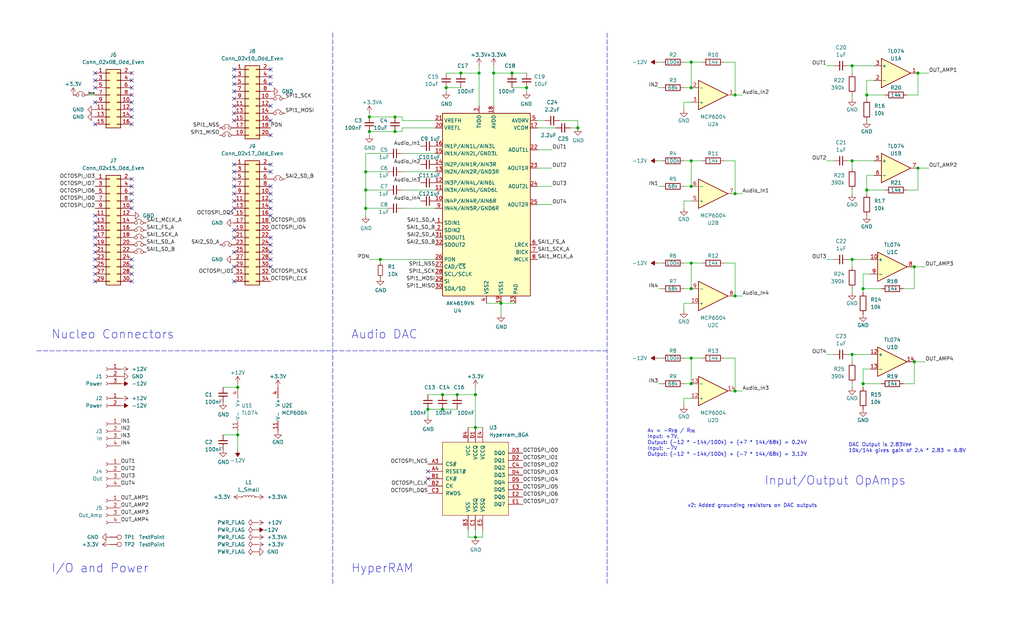
<source format=kicad_sch>
(kicad_sch (version 20230121) (generator eeschema)
  (paper "USLegal")
  (title_block (title "AK4619 STM32H563 Dev Board") (date "2023-08-23") (rev "2.0") (company "Mountjoy Modular"))
  (junction (at 317.5 92.71))
  (junction (at 318.77 25.4))
  (junction (at 128.27 40.64))
  (junction (at 295.91 55.88))
  (junction (at 153.67 142.24))
  (junction (at 240.03 21.59))
  (junction (at 182.88 30.48))
  (junction (at 300.99 66.04))
  (junction (at 299.72 133.35))
  (junction (at 165.1 186.69))
  (junction (at 299.72 100.33))
  (junction (at 300.99 33.02))
  (junction (at 240.03 55.88))
  (junction (at 137.16 45.72))
  (junction (at 127 66.04))
  (junction (at 240.03 124.46))
  (junction (at 82.55 134.62))
  (junction (at 295.91 22.86))
  (junction (at 137.16 40.64))
  (junction (at 127 59.69))
  (junction (at 128.27 45.72))
  (junction (at 171.45 25.4))
  (junction (at 165.1 137.16))
  (junction (at 240.03 91.44))
  (junction (at 154.94 30.48))
  (junction (at 82.55 151.13))
  (junction (at 158.75 137.16))
  (junction (at 153.67 137.16))
  (junction (at 240.03 100.33))
  (junction (at 127 72.39))
  (junction (at 255.27 33.02))
  (junction (at 173.99 105.41))
  (junction (at 165.1 148.59))
  (junction (at 160.02 25.4))
  (junction (at 240.03 64.77))
  (junction (at 255.27 102.87))
  (junction (at 295.91 90.17))
  (junction (at 255.27 135.89))
  (junction (at 148.59 142.24))
  (junction (at 166.37 25.4))
  (junction (at 317.5 125.73))
  (junction (at 255.27 67.31))
  (junction (at 295.91 123.19))
  (junction (at 200.66 44.45))
  (junction (at 240.03 30.48))
  (junction (at 132.08 90.17))
  (junction (at 318.77 58.42))
  (junction (at 177.8 25.4))
  (junction (at 240.03 133.35))
  (no_connect (at 93.98 82.55))
  (no_connect (at 93.98 59.69))
  (no_connect (at 45.72 67.31))
  (no_connect (at 93.98 46.99))
  (no_connect (at 81.28 69.85))
  (no_connect (at 93.98 90.17))
  (no_connect (at 45.72 92.71))
  (no_connect (at 93.98 29.21))
  (no_connect (at 45.72 97.79))
  (no_connect (at 33.02 74.93))
  (no_connect (at 81.28 97.79))
  (no_connect (at 93.98 67.31))
  (no_connect (at 45.72 62.23))
  (no_connect (at 33.02 30.48))
  (no_connect (at 81.28 72.39))
  (no_connect (at 81.28 80.01))
  (no_connect (at 33.02 92.71))
  (no_connect (at 81.28 39.37))
  (no_connect (at 45.72 27.94))
  (no_connect (at 45.72 33.02))
  (no_connect (at 45.72 72.39))
  (no_connect (at 45.72 38.1))
  (no_connect (at 81.28 57.15))
  (no_connect (at 45.72 90.17))
  (no_connect (at 93.98 85.09))
  (no_connect (at 33.02 85.09))
  (no_connect (at 93.98 92.71))
  (no_connect (at 45.72 69.85))
  (no_connect (at 33.02 43.18))
  (no_connect (at 33.02 82.55))
  (no_connect (at 93.98 41.91))
  (no_connect (at 81.28 26.67))
  (no_connect (at 33.02 87.63))
  (no_connect (at 45.72 35.56))
  (no_connect (at 33.02 77.47))
  (no_connect (at 93.98 36.83))
  (no_connect (at 45.72 64.77))
  (no_connect (at 33.02 95.25))
  (no_connect (at 81.28 24.13))
  (no_connect (at 81.28 64.77))
  (no_connect (at 93.98 64.77))
  (no_connect (at 81.28 67.31))
  (no_connect (at 81.28 87.63))
  (no_connect (at 81.28 59.69))
  (no_connect (at 33.02 97.79))
  (no_connect (at 33.02 90.17))
  (no_connect (at 81.28 36.83))
  (no_connect (at 81.28 92.71))
  (no_connect (at 81.28 82.55))
  (no_connect (at 33.02 35.56))
  (no_connect (at 148.59 166.37))
  (no_connect (at 45.72 43.18))
  (no_connect (at 81.28 34.29))
  (no_connect (at 93.98 74.93))
  (no_connect (at 45.72 40.64))
  (no_connect (at 33.02 25.4))
  (no_connect (at 148.59 163.83))
  (no_connect (at 93.98 87.63))
  (no_connect (at 93.98 57.15))
  (no_connect (at 81.28 31.75))
  (no_connect (at 33.02 27.94))
  (no_connect (at 81.28 29.21))
  (no_connect (at 45.72 25.4))
  (no_connect (at 45.72 95.25))
  (no_connect (at 93.98 26.67))
  (no_connect (at 45.72 30.48))
  (no_connect (at 93.98 69.85))
  (no_connect (at 81.28 41.91))
  (no_connect (at 33.02 80.01))
  (no_connect (at 93.98 24.13))
  (no_connect (at 93.98 72.39))
  (no_connect (at 81.28 62.23))
  (wire (pts (xy 307.34 66.04) (xy 300.99 66.04)))
  (wire (pts (xy 127 66.04) (xy 134.62 66.04)))
  (wire (pts (xy 165.1 184.15) (xy 165.1 186.69)))
  (wire (pts (xy 300.99 27.94) (xy 303.53 27.94)))
  (wire (pts (xy 127 59.69) (xy 127 66.04)))
  (wire (pts (xy 237.49 105.41) (xy 237.49 107.95)))
  (wire (pts (xy 314.96 33.02) (xy 318.77 33.02)))
  (wire (pts (xy 318.77 58.42) (xy 318.77 66.04)))
  (wire (pts (xy 154.94 25.4) (xy 160.02 25.4)))
  (wire (pts (xy 198.12 44.45) (xy 200.66 44.45)))
  (wire (pts (xy 295.91 22.86) (xy 303.53 22.86)))
  (wire (pts (xy 237.49 69.85) (xy 237.49 72.39)))
  (wire (pts (xy 240.03 21.59) (xy 240.03 30.48)))
  (wire (pts (xy 299.72 100.33) (xy 299.72 95.25)))
  (wire (pts (xy 171.45 25.4) (xy 171.45 36.83)))
  (wire (pts (xy 186.69 58.42) (xy 191.77 58.42)))
  (wire (pts (xy 186.69 41.91) (xy 189.23 41.91)))
  (wire (pts (xy 165.1 134.62) (xy 165.1 137.16)))
  (wire (pts (xy 228.6 55.88) (xy 229.87 55.88)))
  (wire (pts (xy 237.49 133.35) (xy 240.03 133.35)))
  (wire (pts (xy 255.27 33.02) (xy 257.81 33.02)))
  (wire (pts (xy 165.1 137.16) (xy 165.1 148.59)))
  (wire (pts (xy 314.96 66.04) (xy 318.77 66.04)))
  (wire (pts (xy 306.07 100.33) (xy 299.72 100.33)))
  (wire (pts (xy 139.7 72.39) (xy 151.13 72.39)))
  (wire (pts (xy 228.6 133.35) (xy 229.87 133.35)))
  (wire (pts (xy 317.5 125.73) (xy 317.5 133.35)))
  (wire (pts (xy 299.72 133.35) (xy 299.72 134.62)))
  (wire (pts (xy 127 59.69) (xy 134.62 59.69)))
  (wire (pts (xy 158.75 137.16) (xy 165.1 137.16)))
  (wire (pts (xy 295.91 67.31) (xy 295.91 66.04)))
  (wire (pts (xy 194.31 41.91) (xy 200.66 41.91)))
  (wire (pts (xy 294.64 123.19) (xy 295.91 123.19)))
  (wire (pts (xy 128.27 45.72) (xy 128.27 46.99)))
  (wire (pts (xy 295.91 58.42) (xy 295.91 55.88)))
  (wire (pts (xy 128.27 40.64) (xy 137.16 40.64)))
  (wire (pts (xy 148.59 137.16) (xy 153.67 137.16)))
  (wire (pts (xy 82.55 156.21) (xy 82.55 151.13)))
  (wire (pts (xy 287.02 22.86) (xy 289.56 22.86)))
  (wire (pts (xy 237.49 55.88) (xy 240.03 55.88)))
  (wire (pts (xy 299.72 95.25) (xy 302.26 95.25)))
  (wire (pts (xy 237.49 21.59) (xy 240.03 21.59)))
  (wire (pts (xy 240.03 91.44) (xy 240.03 100.33)))
  (wire (pts (xy 162.56 186.69) (xy 165.1 186.69)))
  (wire (pts (xy 237.49 69.85) (xy 240.03 69.85)))
  (wire (pts (xy 295.91 25.4) (xy 295.91 22.86)))
  (wire (pts (xy 295.91 134.62) (xy 295.91 133.35)))
  (wire (pts (xy 255.27 91.44) (xy 255.27 102.87)))
  (wire (pts (xy 294.64 22.86) (xy 295.91 22.86)))
  (wire (pts (xy 306.07 133.35) (xy 299.72 133.35)))
  (wire (pts (xy 182.88 30.48) (xy 177.8 30.48)))
  (wire (pts (xy 139.7 41.91) (xy 151.13 41.91)))
  (wire (pts (xy 251.46 124.46) (xy 255.27 124.46)))
  (wire (pts (xy 168.91 105.41) (xy 173.99 105.41)))
  (wire (pts (xy 167.64 186.69) (xy 167.64 184.15)))
  (wire (pts (xy 228.6 124.46) (xy 229.87 124.46)))
  (wire (pts (xy 243.84 21.59) (xy 240.03 21.59)))
  (wire (pts (xy 173.99 105.41) (xy 179.07 105.41)))
  (polyline (pts (xy 368.3 29.21) (xy 444.5 29.21)) (stroke (width 0) (type dash)))
  (wire (pts (xy 287.02 90.17) (xy 289.56 90.17)))
  (wire (pts (xy 295.91 125.73) (xy 295.91 123.19)))
  (wire (pts (xy 139.7 45.72) (xy 139.7 44.45)))
  (wire (pts (xy 173.99 105.41) (xy 173.99 109.22)))
  (wire (pts (xy 294.64 90.17) (xy 295.91 90.17)))
  (wire (pts (xy 307.34 33.02) (xy 300.99 33.02)))
  (wire (pts (xy 160.02 25.4) (xy 166.37 25.4)))
  (wire (pts (xy 300.99 66.04) (xy 300.99 67.31)))
  (wire (pts (xy 127 53.34) (xy 134.62 53.34)))
  (wire (pts (xy 182.88 31.75) (xy 182.88 30.48)))
  (wire (pts (xy 255.27 102.87) (xy 257.81 102.87)))
  (wire (pts (xy 165.1 148.59) (xy 167.64 148.59)))
  (polyline (pts (xy 210.82 11.43) (xy 210.82 203.2)) (stroke (width 0) (type dash)))
  (wire (pts (xy 139.7 53.34) (xy 151.13 53.34)))
  (wire (pts (xy 317.5 92.71) (xy 317.5 100.33)))
  (wire (pts (xy 237.49 91.44) (xy 240.03 91.44)))
  (wire (pts (xy 243.84 124.46) (xy 240.03 124.46)))
  (wire (pts (xy 243.84 55.88) (xy 240.03 55.88)))
  (polyline (pts (xy 368.3 29.21) (xy 368.3 165.1)) (stroke (width 0) (type dash)))
  (wire (pts (xy 228.6 21.59) (xy 229.87 21.59)))
  (wire (pts (xy 186.69 71.12) (xy 191.77 71.12)))
  (wire (pts (xy 300.99 33.02) (xy 300.99 34.29)))
  (polyline (pts (xy 444.5 29.21) (xy 444.5 165.1)) (stroke (width 0) (type dash)))
  (wire (pts (xy 295.91 55.88) (xy 303.53 55.88)))
  (wire (pts (xy 299.72 133.35) (xy 299.72 128.27)))
  (wire (pts (xy 162.56 184.15) (xy 162.56 186.69)))
  (polyline (pts (xy 12.7 121.92) (xy 115.57 121.92)) (stroke (width 0) (type dash)))
  (wire (pts (xy 186.69 44.45) (xy 193.04 44.45)))
  (wire (pts (xy 166.37 22.86) (xy 166.37 25.4)))
  (wire (pts (xy 295.91 101.6) (xy 295.91 100.33)))
  (wire (pts (xy 148.59 142.24) (xy 153.67 142.24)))
  (wire (pts (xy 294.64 55.88) (xy 295.91 55.88)))
  (wire (pts (xy 237.49 100.33) (xy 240.03 100.33)))
  (wire (pts (xy 318.77 25.4) (xy 322.58 25.4)))
  (wire (pts (xy 237.49 138.43) (xy 237.49 140.97)))
  (wire (pts (xy 127 66.04) (xy 127 72.39)))
  (wire (pts (xy 165.1 186.69) (xy 167.64 186.69)))
  (wire (pts (xy 128.27 90.17) (xy 132.08 90.17)))
  (polyline (pts (xy 368.3 165.1) (xy 444.5 165.1)) (stroke (width 0) (type dash)))
  (wire (pts (xy 228.6 91.44) (xy 229.87 91.44)))
  (wire (pts (xy 137.16 45.72) (xy 139.7 45.72)))
  (wire (pts (xy 237.49 124.46) (xy 240.03 124.46)))
  (wire (pts (xy 139.7 44.45) (xy 151.13 44.45)))
  (wire (pts (xy 237.49 30.48) (xy 240.03 30.48)))
  (wire (pts (xy 243.84 91.44) (xy 240.03 91.44)))
  (wire (pts (xy 177.8 25.4) (xy 171.45 25.4)))
  (wire (pts (xy 148.59 142.24) (xy 148.59 144.78)))
  (wire (pts (xy 154.94 31.75) (xy 154.94 30.48)))
  (wire (pts (xy 127 53.34) (xy 127 59.69)))
  (wire (pts (xy 287.02 55.88) (xy 289.56 55.88)))
  (wire (pts (xy 295.91 92.71) (xy 295.91 90.17)))
  (wire (pts (xy 299.72 128.27) (xy 302.26 128.27)))
  (wire (pts (xy 318.77 25.4) (xy 318.77 33.02)))
  (wire (pts (xy 313.69 133.35) (xy 317.5 133.35)))
  (wire (pts (xy 128.27 39.37) (xy 128.27 40.64)))
  (wire (pts (xy 127 72.39) (xy 127 74.93)))
  (wire (pts (xy 153.67 137.16) (xy 158.75 137.16)))
  (wire (pts (xy 77.47 151.13) (xy 82.55 151.13)))
  (wire (pts (xy 295.91 90.17) (xy 302.26 90.17)))
  (wire (pts (xy 77.47 134.62) (xy 82.55 134.62)))
  (wire (pts (xy 287.02 123.19) (xy 289.56 123.19)))
  (wire (pts (xy 300.99 66.04) (xy 300.99 60.96)))
  (wire (pts (xy 295.91 123.19) (xy 302.26 123.19)))
  (wire (pts (xy 228.6 64.77) (xy 229.87 64.77)))
  (wire (pts (xy 228.6 30.48) (xy 229.87 30.48)))
  (wire (pts (xy 317.5 125.73) (xy 321.31 125.73)))
  (polyline (pts (xy 115.57 121.92) (xy 210.82 121.92)) (stroke (width 0) (type dash)))
  (wire (pts (xy 240.03 138.43) (xy 237.49 138.43)))
  (wire (pts (xy 237.49 64.77) (xy 240.03 64.77)))
  (wire (pts (xy 313.69 100.33) (xy 317.5 100.33)))
  (wire (pts (xy 251.46 91.44) (xy 255.27 91.44)))
  (wire (pts (xy 318.77 58.42) (xy 322.58 58.42)))
  (wire (pts (xy 186.69 52.07) (xy 191.77 52.07)))
  (wire (pts (xy 299.72 100.33) (xy 299.72 101.6)))
  (wire (pts (xy 317.5 92.71) (xy 321.31 92.71)))
  (wire (pts (xy 240.03 35.56) (xy 237.49 35.56)))
  (wire (pts (xy 251.46 55.88) (xy 255.27 55.88)))
  (wire (pts (xy 255.27 135.89) (xy 257.81 135.89)))
  (wire (pts (xy 240.03 55.88) (xy 240.03 64.77)))
  (wire (pts (xy 300.99 60.96) (xy 303.53 60.96)))
  (wire (pts (xy 154.94 30.48) (xy 160.02 30.48)))
  (wire (pts (xy 186.69 64.77) (xy 191.77 64.77)))
  (wire (pts (xy 228.6 100.33) (xy 229.87 100.33)))
  (wire (pts (xy 240.03 105.41) (xy 237.49 105.41)))
  (wire (pts (xy 162.56 148.59) (xy 165.1 148.59)))
  (wire (pts (xy 171.45 22.86) (xy 171.45 25.4)))
  (wire (pts (xy 82.55 151.13) (xy 82.55 149.86)))
  (wire (pts (xy 139.7 59.69) (xy 151.13 59.69)))
  (wire (pts (xy 295.91 34.29) (xy 295.91 33.02)))
  (wire (pts (xy 255.27 55.88) (xy 255.27 67.31)))
  (wire (pts (xy 300.99 33.02) (xy 300.99 27.94)))
  (wire (pts (xy 30.48 33.02) (xy 33.02 33.02)))
  (wire (pts (xy 237.49 35.56) (xy 237.49 38.1)))
  (wire (pts (xy 166.37 25.4) (xy 166.37 36.83)))
  (wire (pts (xy 200.66 41.91) (xy 200.66 44.45)))
  (wire (pts (xy 139.7 66.04) (xy 151.13 66.04)))
  (wire (pts (xy 132.08 90.17) (xy 151.13 90.17)))
  (wire (pts (xy 139.7 40.64) (xy 139.7 41.91)))
  (wire (pts (xy 82.55 133.35) (xy 82.55 134.62)))
  (wire (pts (xy 255.27 67.31) (xy 257.81 67.31)))
  (wire (pts (xy 137.16 40.64) (xy 139.7 40.64)))
  (wire (pts (xy 240.03 124.46) (xy 240.03 133.35)))
  (wire (pts (xy 255.27 124.46) (xy 255.27 135.89)))
  (wire (pts (xy 255.27 21.59) (xy 255.27 33.02)))
  (wire (pts (xy 128.27 45.72) (xy 137.16 45.72)))
  (wire (pts (xy 153.67 142.24) (xy 158.75 142.24)))
  (wire (pts (xy 182.88 25.4) (xy 177.8 25.4)))
  (wire (pts (xy 132.08 91.44) (xy 132.08 90.17)))
  (polyline (pts (xy 115.57 11.43) (xy 115.57 203.2)) (stroke (width 0) (type dash)))
  (wire (pts (xy 251.46 21.59) (xy 255.27 21.59)))
  (wire (pts (xy 127 72.39) (xy 134.62 72.39)))
  (text "HyperRAM" (at 121.92 199.39 0) (effects (font (size 3 3)) (justify left bottom)))
  (text "PA3 OCTOSPI_CLK\nPB1 OCTOSPI_IO0\nPB0 OCTOSPI_IO1\nPC2 OCTOSPI_IO2\nPA6 OCTOSPI_IO3\nPE7 OCTOSPI_IO4\nPE8 OCTOSPI_IO5\nPC3 OCTOSPI_IO6\nPC0 OCTOSPI_IO7\nPB10  OCTOSPI_NCS\nPB2 OCTOSPI_DQS" (at 375.92 138.43 0) (effects (font (size 1.27 1.27)) (justify left bottom)))
  (text "Nucleo Connectors" (at 17.78 118.11 0) (effects (font (size 3 3)) (justify left bottom)))
  (text "I2S\n\nPA3  I2S2_WS\nPA4  I2S1_WS\nPA5  I2S1_CK\nPA6  I2S1_SDI\nPA7  I2S1_SDO\nPA9  I2S2_CK\nPA11 I2S2_WS\nPA12 I2S2_CK\nPA15 I2S1_WS,  I2S3_WS\n\nPB2  I2S3_SDO\nPB3  I2S1_CK,  I2S3_CK\nPB4  I2S1_SDI, I2S3_SDI, I2S2_WS\nPB5  I2S1_SDO, I2S3_SDO\nPB9  I2S2_WS\nPB10 I2S2_CK\nPB12 I2S2_WS\nPB13 I2S2_CK\nPB14 I2S2_SDI\nPB15 I2S2_SDO\n\nPC1  I2S2_SDO\nPC2  I2S2_SDI\nPC3  I2S2_SDO\nPC4  I2S1_MCK\nPC6  I2S2_MCK\nPC7  I2S3_MCK\nPC10 I2S3_CK\nPC11 I2S3_SDI\nPC12 I2S3_SDO\n\nPD3  I2S2_CK\nPD6  I2S3_SDO\nPD7  I2S1_SDO\n" (at 408.94 106.68 0) (effects (font (size 1.27 1.27)) (justify left bottom)))
  (text "Input/Output OpAmps" (at 265.43 168.91 0) (effects (font (size 3 3)) (justify left bottom)))
  (text "Audio DAC" (at 121.92 118.11 0) (effects (font (size 3 3)) (justify left bottom)))
  (text "I/O and Power" (at 17.78 199.39 0) (effects (font (size 3 3)) (justify left bottom)))
  (text "v2: Added grounding resistors on DAC outputs" (at 238.76 176.53 0) (effects (font (size 1.27 1.27)) (justify left bottom)))
  (text "Av = -R_{FB} / R_{IN}\nInput: +7V, \nOutput: (-12 * -14k/100k) + (+7 * 14k/68k) = 0.24V\nInput: -7V\nOutput: (-12 * -14k/100k) + (-7 * 14k/68k) = 3.12V" (at 224.79 158.75 0) (effects (font (size 1.27 1.27)) (justify left bottom)))
  (text "SAI \n\nPA0  SAI2_SD_B\nPA1  SAI2_MCLK_B\nPA2  SAI2_SCK_B\nPA3  SAI1_SD_B\nPA12 SAI2_FS_B\n\nPB2  SAI1_SD_A\n\nPC0  SAI1_MCLK_A SAI2_FS_B\nPC1  SAI1_SD_A SAI2_SD_A\nPC5  SAI1_FS_A\nPC6  SAI1_SCK_A\n\nPD6  SAI1_SD_A\nPD11 SAI2_SD_A\nPD12 SAI2_FS_A\nPD13 SAI2_SCK_A\n\nPE0  SAI2_MCLK_A\nPE2  SAI1_MCLK_A\nPE3  SAI1_SD_B\nPE4  SAI1_FS_A\nPE5  SAI1_SCK_A\nPE6  SAI1_SD_A\nPE11 SAI2_SD_B\nPE12 SAI2_SCK_B\nPE13 SAI2_FS_B\nPE14 SAI2_MCLK_B" (at 375.92 95.25 0) (effects (font (size 1.27 1.27)) (justify left bottom)))
  (text "SPI4/6\n\nPE2  SPI4_SCK\nPE4  SPI4_NSS\nPE5  SPI4_MISO\nPE6  SPI4_MOSI\nPE11 SPI4_NSS\nPE12 SPI4_SCK\nPE13 SPI4_MISO\nPE14 SPI4_MOSI\nPB8  SPI4_RDY\n\nPA0  SPI6_NSS\nPA4  SPI6_NSS\nPA5  SPI6_SCK\nPA6  SPI6_MISO\nPA7  SPI6_MOSI\nPA15 SPI6_NSS\nPC12 SPI6_SCK\nPB3  SPI6_SCK\nPB4  SPI6_MISO\nPB5  SPI6_MOSI" (at 408.94 160.02 0) (effects (font (size 1.27 1.27)) (justify left bottom)))
  (text "DAC Output is 2.83V_{PP}\n10k/14k gives gain of 2.4 * 2.83 = 6.8V" (at 294.64 157.48 0) (effects (font (size 1.27 1.27)) (justify left bottom)))
  (label "OUT3" (at 191.77 64.77 0))
  (label "OCTOSPI_IO6" (at 33.02 67.31 180))
  (label "SAI2_SD_B" (at 99.06 62.23 0))
  (label "Audio_In3" (at 146.05 63.5 180))
  (label "OCTOSPI_DQS" (at 148.59 171.45 180))
  (label "OCTOSPI_IO2" (at 33.02 72.39 180))
  (label "OUT1" (at 41.91 161.29 0))
  (label "OUT_AMP4" (at 41.91 181.61 0))
  (label "OCTOSPI_CLK" (at 148.59 168.91 180))
  (label "Audio_In3" (at 257.81 135.89 0))
  (label "OUT_AMP3" (at 41.91 179.07 0))
  (label "SAI1_SCK_A" (at 50.8 82.55 0))
  (label "IN2" (at 41.91 149.86 0))
  (label "SPI1_MISO" (at 76.2 46.99 180))
  (label "OUT_AMP1" (at 41.91 173.99 0))
  (label "OCTOSPI_IO1" (at 81.28 95.25 180))
  (label "SAI1_MCLK_A" (at 186.69 90.17 0))
  (label "OUT2" (at 41.91 163.83 0))
  (label "Audio_In1" (at 257.81 67.31 0))
  (label "OCTOSPI_NCS" (at 93.98 95.25 0))
  (label "PDN" (at 128.27 90.17 180))
  (label "OUT1" (at 191.77 52.07 0))
  (label "OUT4" (at 287.02 123.19 180))
  (label "IN4" (at 228.6 100.33 180))
  (label "IN1" (at 41.91 147.32 0))
  (label "Audio_In2" (at 146.05 57.15 180))
  (label "SAI1_SD_B" (at 151.13 80.01 180))
  (label "OCTOSPI_IO0" (at 181.61 157.48 0))
  (label "PDN" (at 93.98 44.45 0))
  (label "OCTOSPI_CLK" (at 93.98 97.79 0))
  (label "OUT_AMP4" (at 321.31 125.73 0))
  (label "Audio_In4" (at 146.05 69.85 180))
  (label "Audio_In4" (at 257.81 102.87 0))
  (label "SAI1_FS_A" (at 186.69 85.09 0))
  (label "OCTOSPI_NCS" (at 148.59 161.29 180))
  (label "OUT4" (at 191.77 71.12 0))
  (label "OCTOSPI_IO5" (at 93.98 77.47 0))
  (label "OUT_AMP3" (at 321.31 92.71 0))
  (label "OCTOSPI_IO7" (at 33.02 64.77 180))
  (label "SAI1_SCK_A" (at 186.69 87.63 0))
  (label "OUT4" (at 41.91 168.91 0))
  (label "OCTOSPI_IO2" (at 181.61 162.56 0))
  (label "OCTOSPI_IO5" (at 181.61 170.18 0))
  (label "IN3" (at 41.91 152.4 0))
  (label "OCTOSPI_IO4" (at 93.98 80.01 0))
  (label "OUT_AMP2" (at 41.91 176.53 0))
  (label "3VIN" (at 30.48 33.02 0) (effects (font (size 0.7 0.7))))
  (label "Audio_In1" (at 146.05 50.8 180))
  (label "SPI1_NSS" (at 76.2 44.45 180))
  (label "SAI1_MCLK_A" (at 50.8 77.47 0))
  (label "SPI1_SCK" (at 151.13 95.25 180))
  (label "IN3" (at 228.6 133.35 180))
  (label "OCTOSPI_IO7" (at 181.61 175.26 0))
  (label "OCTOSPI_IO3" (at 181.61 165.1 0))
  (label "OCTOSPI_IO6" (at 181.61 172.72 0))
  (label "SAI1_SD_A" (at 50.8 85.09 0))
  (label "Audio_In2" (at 257.81 33.02 0))
  (label "IN2" (at 228.6 30.48 180))
  (label "SPI1_MISO" (at 151.13 100.33 180))
  (label "SPI1_SCK" (at 99.06 34.29 0))
  (label "SPI1_MOSI" (at 151.13 97.79 180))
  (label "SAI1_SD_A" (at 151.13 77.47 180))
  (label "SAI2_SD_A" (at 151.13 82.55 180))
  (label "OCTOSPI_IO4" (at 181.61 167.64 0))
  (label "SAI2_SD_B" (at 151.13 85.09 180))
  (label "OUT1" (at 287.02 22.86 180))
  (label "SAI1_FS_A" (at 50.8 80.01 0))
  (label "OCTOSPI_IO0" (at 33.02 69.85 180))
  (label "OUT3" (at 287.02 90.17 180))
  (label "OUT3" (at 41.91 166.37 0))
  (label "OUT_AMP1" (at 322.58 25.4 0))
  (label "IN4" (at 41.91 154.94 0))
  (label "SAI1_SD_B" (at 50.8 87.63 0))
  (label "OCTOSPI_IO3" (at 33.02 62.23 180))
  (label "OUT2" (at 287.02 55.88 180))
  (label "SPI1_MOSI" (at 99.06 39.37 0))
  (label "OCTOSPI_DQS" (at 81.28 74.93 180))
  (label "SPI1_NSS" (at 151.13 92.71 180))
  (label "OUT_AMP2" (at 322.58 58.42 0))
  (label "OCTOSPI_IO1" (at 181.61 160.02 0))
  (label "IN1" (at 228.6 64.77 180))
  (label "OUT2" (at 191.77 58.42 0))
  (label "SAI2_SD_A" (at 76.2 85.09 180))
  (symbol (lib_id "Device:C_Small") (at 128.27 43.18 180) (unit 1)
    (property "Reference" "C3" (at 125.73 41.9036 0) (effects (justify left)))
    (property "Value" "100nF" (at 125.73 44.4436 0) (effects (justify left)))
    (property "Footprint" "Capacitor_SMD:C_0603_1608Metric_Pad1.08x0.95mm_HandSolder" (effects hide))
  )
  (symbol (lib_id "power:+3.3V") (at 96.52 134.62 0) (unit 1)
    (property "Reference" "#PWR026" (effects hide))
    (property "Value" "+3.3V" (at 96.52 130.81 0))
  )
  (symbol (lib_id "Connector_Generic:Conn_02x08_Odd_Even") (at 38.1 33.02 0) (unit 1)
    (property "Reference" "J6" (at 39.37 19.05 0))
    (property "Value" "Conn_02x08_Odd_Even" (at 39.37 21.59 0))
    (property "Footprint" "Connector_PinHeader_2.54mm:PinHeader_2x08_P2.54mm_Vertical" (effects hide))
  )
  (symbol (lib_id "Device:C_Small") (at 148.59 63.5 270) (mirror x) (unit 1)
    (property "Reference" "C11" (at 147.32 60.96 90))
    (property "Value" "1uF" (at 151.13 60.96 90))
    (property "Footprint" "Capacitor_SMD:C_0603_1608Metric_Pad1.08x0.95mm_HandSolder" (effects hide))
  )
  (symbol (lib_id "Device:R") (at 309.88 100.33 270) (unit 1)
    (property "Reference" "R18" (at 309.88 97.79 90))
    (property "Value" "14k" (at 309.88 100.33 90))
    (property "Footprint" "Resistor_SMD:R_0603_1608Metric_Pad0.98x0.95mm_HandSolder" (effects hide))
    (property "Part_Number" "C23212 " (effects hide))
  )
  (symbol (lib_id "power:-12V") (at 228.6 91.44 90) (unit 1)
    (property "Reference" "#PWR043" (effects hide))
    (property "Value" "-12V" (at 224.79 91.44 90) (effects (justify left)))
  )
  (symbol (lib_id "power:+3.3V") (at 166.37 22.86 0) (unit 1)
    (property "Reference" "#PWR036" (effects hide))
    (property "Value" "+3.3V" (at 166.37 19.05 0))
  )
  (symbol (lib_id "power:PWR_FLAG") (at 88.9 191.77 90) (unit 1)
    (property "Reference" "#FLG05" (effects hide))
    (property "Value" "PWR_FLAG" (at 85.09 191.77 90) (effects (justify left)))
  )
  (symbol (lib_id "Amplifier_Operational:TL074") (at 311.15 58.42 0) (unit 2)
    (property "Reference" "U1" (at 311.15 53.34 0))
    (property "Value" "TL074" (at 311.15 50.8 0))
    (property "Footprint" "Package_SO:SO-14_3.9x8.65mm_P1.27mm" (effects hide))
    (property "Datasheet" "http://www.ti.com/lit/ds/symlink/tl071.pdf" (effects hide))
  )
  (symbol (lib_id "Connector:Conn_01x02_Socket") (at 36.83 138.43 0) (mirror y) (unit 1)
    (property "Reference" "J2" (at 35.56 138.43 0) (effects (justify left)))
    (property "Value" "Power" (at 35.56 140.97 0) (effects (justify left)))
    (property "Footprint" "Connector_PinSocket_2.54mm:PinSocket_1x02_P2.54mm_Vertical" (effects hide))
  )
  (symbol (lib_id "power:+3.3V") (at 83.82 172.72 90) (unit 1)
    (property "Reference" "#PWR018" (effects hide))
    (property "Value" "+3.3V" (at 80.01 172.72 90) (effects (justify left)))
  )
  (symbol (lib_id "power:GND") (at 154.94 31.75 0) (unit 1)
    (property "Reference" "#PWR033" (effects hide))
    (property "Value" "GND" (at 155.067 36.1442 0))
  )
  (symbol (lib_id "Device:R") (at 233.68 30.48 270) (unit 1)
    (property "Reference" "R3" (at 233.68 27.94 90))
    (property "Value" "68k" (at 233.68 30.48 90))
    (property "Footprint" "Resistor_SMD:R_0603_1608Metric_Pad0.98x0.95mm_HandSolder" (effects hide))
    (property "Part_Number" "C25819" (effects hide))
  )
  (symbol (lib_id "Custom_Audio:AK4619VN") (at 168.91 77.47 0) (unit 1)
    (property "Reference" "U4" (at 157.48 107.95 0) (effects (justify left)))
    (property "Value" "AK4619VN" (at 154.94 105.41 0) (effects (justify left)))
    (property "Footprint" "Custom_Footprints:QFN-32-1EP_5x5mm_P0.5mm_EP3.1x3.1mm_ThermalVias" (effects hide))
    (property "Datasheet" "https://www.akm.com/content/dam/documents/products/audio/audio-codec/ak4619vn/ak4619vn-en-datasheet.pdf" (effects hide))
  )
  (symbol (lib_id "Device:R") (at 233.68 91.44 270) (unit 1)
    (property "Reference" "R6" (at 233.68 88.9 90))
    (property "Value" "100k" (at 233.68 91.44 90))
    (property "Footprint" "Resistor_SMD:R_0603_1608Metric_Pad0.98x0.95mm_HandSolder" (effects hide))
    (property "Part_Number" "C4184 " (effects hide))
  )
  (symbol (lib_id "power:+3.3VA") (at 128.27 39.37 0) (unit 1)
    (property "Reference" "#PWR029" (effects hide))
    (property "Value" "+3.3VA" (at 125.73 35.56 0) (effects (justify left)))
  )
  (symbol (lib_id "Device:R") (at 295.91 96.52 0) (unit 1)
    (property "Reference" "R24" (at 293.37 95.25 0) (effects (justify right)))
    (property "Value" "390k" (at 293.37 97.79 0) (effects (justify right)))
    (property "Footprint" "Resistor_SMD:R_0603_1608Metric_Pad0.98x0.95mm_HandSolder" (effects hide))
    (property "Part_Number" "C23212 " (effects hide))
  )
  (symbol (lib_id "Device:R") (at 233.68 21.59 270) (unit 1)
    (property "Reference" "R2" (at 233.68 19.05 90))
    (property "Value" "100k" (at 233.68 21.59 90))
    (property "Footprint" "Resistor_SMD:R_0603_1608Metric_Pad0.98x0.95mm_HandSolder" (effects hide))
    (property "Part_Number" "C4184 " (effects hide))
  )
  (symbol (lib_id "power:-12V") (at 228.6 124.46 90) (unit 1)
    (property "Reference" "#PWR044" (effects hide))
    (property "Value" "-12V" (at 224.79 124.46 90) (effects (justify left)))
  )
  (symbol (lib_id "power:GND") (at 77.47 156.21 0) (unit 1)
    (property "Reference" "#PWR013" (effects hide))
    (property "Value" "GND" (at 77.597 160.6042 0))
  )
  (symbol (lib_id "Device:C_Small") (at 148.59 50.8 270) (mirror x) (unit 1)
    (property "Reference" "C9" (at 147.32 48.26 90))
    (property "Value" "1uF" (at 151.13 48.26 90))
    (property "Footprint" "Capacitor_SMD:C_0603_1608Metric_Pad1.08x0.95mm_HandSolder" (effects hide))
  )
  (symbol (lib_id "power:-12V") (at 228.6 55.88 90) (unit 1)
    (property "Reference" "#PWR042" (effects hide))
    (property "Value" "-12V" (at 224.79 55.88 90) (effects (justify left)))
  )
  (symbol (lib_id "power:PWR_FLAG") (at 88.9 189.23 90) (unit 1)
    (property "Reference" "#FLG04" (effects hide))
    (property "Value" "PWR_FLAG" (at 85.09 189.23 90) (effects (justify left)))
  )
  (symbol (lib_id "power:GND") (at 93.98 31.75 90) (unit 1)
    (property "Reference" "#PWR025" (effects hide))
    (property "Value" "GND" (at 97.79 31.75 90) (effects (justify right)))
  )
  (symbol (lib_id "power:GND") (at 96.52 149.86 0) (unit 1)
    (property "Reference" "#PWR027" (effects hide))
    (property "Value" "GND" (at 96.52 153.67 0))
  )
  (symbol (lib_id "power:GND") (at 33.02 38.1 270) (unit 1)
    (property "Reference" "#PWR02" (effects hide))
    (property "Value" "GND" (at 29.21 38.1 90) (effects (justify right)))
  )
  (symbol (lib_id "Device:C_Small") (at 292.1 55.88 270) (mirror x) (unit 1)
    (property "Reference" "C21" (at 292.0936 49.53 90))
    (property "Value" "1uF" (at 292.0936 52.07 90))
    (property "Footprint" "Capacitor_SMD:C_0603_1608Metric_Pad1.08x0.95mm_HandSolder" (effects hide))
  )
  (symbol (lib_id "power:+12V") (at 88.9 181.61 270) (unit 1)
    (property "Reference" "#PWR020" (effects hide))
    (property "Value" "+12V" (at 92.71 181.61 90) (effects (justify left)))
  )
  (symbol (lib_id "Device:C_Small") (at 77.47 153.67 180) (unit 1)
    (property "Reference" "C2" (at 71.12 153.67 0) (effects (justify right)))
    (property "Value" "100nF" (at 71.12 156.21 0) (effects (justify right)))
    (property "Footprint" "Capacitor_SMD:C_0603_1608Metric_Pad1.08x0.95mm_HandSolder" (effects hide))
  )
  (symbol (lib_id "Device:R") (at 299.72 138.43 0) (unit 1)
    (property "Reference" "R15" (at 302.26 137.16 0) (effects (justify left)))
    (property "Value" "10k" (at 302.26 139.7 0) (effects (justify left)))
    (property "Footprint" "Resistor_SMD:R_0603_1608Metric_Pad0.98x0.95mm_HandSolder" (effects hide))
    (property "Part_Number" "C23212 " (effects hide))
  )
  (symbol (lib_id "power:+12V") (at 41.91 138.43 270) (unit 1)
    (property "Reference" "#PWR09" (effects hide))
    (property "Value" "+12V" (at 45.72 138.43 90) (effects (justify left)))
  )
  (symbol (lib_id "Device:R") (at 247.65 55.88 270) (unit 1)
    (property "Reference" "R11" (at 247.65 53.34 90))
    (property "Value" "14k" (at 247.65 55.88 90))
    (property "Footprint" "Resistor_SMD:R_0603_1608Metric_Pad0.98x0.95mm_HandSolder" (effects hide))
    (property "Part_Number" "C23212 " (effects hide))
  )
  (symbol (lib_id "Encoder:Jumper_NC_Small") (at 48.26 85.09 0) (unit 1)
    (property "Reference" "JP5" (effects hide))
    (property "Value" "Jumper_NC_Small" (effects hide))
    (property "Footprint" "Jumper:SolderJumper-2_P1.3mm_Bridged_RoundedPad1.0x1.5mm" (effects hide))
  )
  (symbol (lib_id "power:+3.3V") (at 25.4 33.02 0) (unit 1)
    (property "Reference" "#PWR01" (effects hide))
    (property "Value" "+3.3V" (at 25.4 29.21 0))
  )
  (symbol (lib_id "Device:R") (at 309.88 133.35 270) (unit 1)
    (property "Reference" "R19" (at 309.88 130.81 90))
    (property "Value" "14k" (at 309.88 133.35 90))
    (property "Footprint" "Resistor_SMD:R_0603_1608Metric_Pad0.98x0.95mm_HandSolder" (effects hide))
    (property "Part_Number" "C23212 " (effects hide))
  )
  (symbol (lib_id "Device:C_Small") (at 191.77 41.91 90) (unit 1)
    (property "Reference" "C24" (at 191.7763 35.56 90))
    (property "Value" "2.2uF" (at 191.7763 38.1 90))
    (property "Footprint" "Capacitor_SMD:C_0603_1608Metric_Pad1.08x0.95mm_HandSolder" (effects hide))
  )
  (symbol (lib_id "Device:R") (at 247.65 124.46 270) (unit 1)
    (property "Reference" "R13" (at 247.65 121.92 90))
    (property "Value" "14k" (at 247.65 124.46 90))
    (property "Footprint" "Resistor_SMD:R_0603_1608Metric_Pad0.98x0.95mm_HandSolder" (effects hide))
    (property "Part_Number" "C23212 " (effects hide))
  )
  (symbol (lib_id "Encoder:Jumper_NC_Small") (at 78.74 46.99 0) (unit 1)
    (property "Reference" "JP8" (effects hide))
    (property "Value" "Jumper_NC_Small" (effects hide))
    (property "Footprint" "Jumper:SolderJumper-2_P1.3mm_Bridged_RoundedPad1.0x1.5mm" (effects hide))
  )
  (symbol (lib_id "power:GND") (at 132.08 96.52 0) (unit 1)
    (property "Reference" "#PWR031" (effects hide))
    (property "Value" "GND" (at 132.207 100.9142 0))
  )
  (symbol (lib_id "power:GND") (at 81.28 77.47 270) (unit 1)
    (property "Reference" "#PWR014" (effects hide))
    (property "Value" "GND" (at 77.47 77.47 90) (effects (justify right)))
  )
  (symbol (lib_id "power:GND") (at 33.02 40.64 270) (unit 1)
    (property "Reference" "#PWR03" (effects hide))
    (property "Value" "GND" (at 29.21 40.64 90) (effects (justify right)))
  )
  (symbol (lib_id "Connector:Conn_01x04_Socket") (at 36.83 149.86 0) (mirror y) (unit 1)
    (property "Reference" "J3" (at 35.56 149.86 0) (effects (justify left)))
    (property "Value" "In" (at 35.56 152.4 0) (effects (justify left)))
    (property "Footprint" "Connector_PinSocket_2.54mm:PinSocket_1x04_P2.54mm_Vertical" (effects hide))
  )
  (symbol (lib_id "Device:C_Small") (at 77.47 137.16 180) (unit 1)
    (property "Reference" "C1" (at 71.12 137.16 0) (effects (justify right)))
    (property "Value" "100nF" (at 71.12 139.7 0) (effects (justify right)))
    (property "Footprint" "Capacitor_SMD:C_0603_1608Metric_Pad1.08x0.95mm_HandSolder" (effects hide))
  )
  (symbol (lib_id "Connector_Generic:Conn_02x17_Odd_Even") (at 86.36 77.47 0) (unit 1)
    (property "Reference" "J9" (at 87.63 50.8 0))
    (property "Value" "Conn_02x17_Odd_Even" (at 87.63 53.34 0))
    (property "Footprint" "Connector_PinHeader_2.54mm:PinHeader_2x17_P2.54mm_Vertical" (effects hide))
  )
  (symbol (lib_id "Encoder:Jumper_NC_Small") (at 27.94 33.02 0) (unit 1)
    (property "Reference" "JP1" (effects hide))
    (property "Value" "Jumper_NC_Small" (effects hide))
    (property "Footprint" "Jumper:SolderJumper-2_P1.3mm_Bridged_RoundedPad1.0x1.5mm" (effects hide))
  )
  (symbol (lib_id "Device:C_Small") (at 292.1 123.19 270) (mirror x) (unit 1)
    (property "Reference" "C23" (at 292.0936 116.84 90))
    (property "Value" "1uF" (at 292.0936 119.38 90))
    (property "Footprint" "Capacitor_SMD:C_0603_1608Metric_Pad1.08x0.95mm_HandSolder" (effects hide))
  )
  (symbol (lib_id "Encoder:Jumper_NC_Small") (at 96.52 62.23 0) (unit 1)
    (property "Reference" "JP12" (effects hide))
    (property "Value" "Jumper_NC_Small" (effects hide))
    (property "Footprint" "Jumper:SolderJumper-2_P1.3mm_Bridged_RoundedPad1.0x1.5mm" (effects hide))
  )
  (symbol (lib_id "power:GND") (at 237.49 107.95 0) (unit 1)
    (property "Reference" "#PWR047" (effects hide))
    (property "Value" "GND" (at 237.49 111.76 0))
  )
  (symbol (lib_id "power:GND") (at 300.99 74.93 0) (unit 1)
    (property "Reference" "#PWR052" (effects hide))
    (property "Value" "GND" (at 300.99 78.74 0))
  )
  (symbol (lib_id "Device:R") (at 300.99 71.12 0) (unit 1)
    (property "Reference" "R17" (at 303.53 69.85 0) (effects (justify left)))
    (property "Value" "10k" (at 303.53 72.39 0) (effects (justify left)))
    (property "Footprint" "Resistor_SMD:R_0603_1608Metric_Pad0.98x0.95mm_HandSolder" (effects hide))
    (property "Part_Number" "C23212 " (effects hide))
  )
  (symbol (lib_id "Encoder:Jumper_NC_Small") (at 48.26 77.47 0) (unit 1)
    (property "Reference" "JP2" (effects hide))
    (property "Value" "Jumper_NC_Small" (effects hide))
    (property "Footprint" "Jumper:SolderJumper-2_P1.3mm_Bridged_RoundedPad1.0x1.5mm" (effects hide))
  )
  (symbol (lib_id "Amplifier_Operational:TL074") (at 85.09 142.24 0) (unit 5)
    (property "Reference" "U1" (at 83.82 140.97 0) (effects (justify left)))
    (property "Value" "TL074" (at 83.82 143.51 0) (effects (justify left)))
    (property "Footprint" "Package_SO:SO-14_3.9x8.65mm_P1.27mm" (effects hide))
    (property "Datasheet" "http://www.ti.com/lit/ds/symlink/tl071.pdf" (effects hide))
  )
  (symbol (lib_id "power:GND") (at 81.28 90.17 270) (unit 1)
    (property "Reference" "#PWR015" (effects hide))
    (property "Value" "GND" (at 77.47 90.17 90) (effects (justify right)))
  )
  (symbol (lib_id "Device:C_Small") (at 292.1 22.86 270) (mirror x) (unit 1)
    (property "Reference" "C20" (at 292.0936 16.51 90))
    (property "Value" "1uF" (at 292.0936 19.05 90))
    (property "Footprint" "Capacitor_SMD:C_0603_1608Metric_Pad1.08x0.95mm_HandSolder" (effects hide))
  )
  (symbol (lib_id "power:-12V") (at 41.91 133.35 270) (unit 1)
    (property "Reference" "#PWR08" (effects hide))
    (property "Value" "-12V" (at 45.72 133.35 90) (effects (justify left)))
  )
  (symbol (lib_id "Device:C_Small") (at 148.59 139.7 180) (unit 1)
    (property "Reference" "C13" (at 147.32 134.62 0) (effects (justify right)))
    (property "Value" "100nF" (at 142.24 143.51 0) (effects (justify right)))
    (property "Footprint" "Capacitor_SMD:C_0603_1608Metric_Pad1.08x0.95mm_HandSolder" (effects hide))
  )
  (symbol (lib_id "power:GND") (at 41.91 130.81 90) (unit 1)
    (property "Reference" "#PWR07" (effects hide))
    (property "Value" "GND" (at 45.72 130.81 90) (effects (justify right)))
  )
  (symbol (lib_id "power:-12V") (at 82.55 156.21 180) (unit 1)
    (property "Reference" "#PWR017" (effects hide))
    (property "Value" "-12V" (at 82.55 160.02 0))
  )
  (symbol (lib_id "Device:R") (at 295.91 129.54 0) (unit 1)
    (property "Reference" "R25" (at 293.37 128.27 0) (effects (justify right)))
    (property "Value" "390k" (at 293.37 130.81 0) (effects (justify right)))
    (property "Footprint" "Resistor_SMD:R_0603_1608Metric_Pad0.98x0.95mm_HandSolder" (effects hide))
    (property "Part_Number" "C23212 " (effects hide))
  )
  (symbol (lib_id "power:GND") (at 88.9 191.77 90) (unit 1)
    (property "Reference" "#PWR024" (effects hide))
    (property "Value" "GND" (at 92.71 191.77 90) (effects (justify right)))
  )
  (symbol (lib_id "power:+3.3VA") (at 88.9 172.72 270) (unit 1)
    (property "Reference" "#PWR019" (effects hide))
    (property "Value" "+3.3VA" (at 92.71 172.72 90) (effects (justify left)))
  )
  (symbol (lib_id "power:GND") (at 128.27 46.99 0) (unit 1)
    (property "Reference" "#PWR030" (effects hide))
    (property "Value" "GND" (at 128.397 51.3842 0))
  )
  (symbol (lib_id "power:+3.3VA") (at 88.9 186.69 270) (unit 1)
    (property "Reference" "#PWR022" (effects hide))
    (property "Value" "+3.3VA" (at 92.71 186.69 90) (effects (justify left)))
  )
  (symbol (lib_id "Device:C_Small") (at 195.58 44.45 90) (unit 1)
    (property "Reference" "C25" (at 195.5863 48.26 90))
    (property "Value" "2.2uF" (at 190.5 46.99 90))
    (property "Footprint" "Capacitor_SMD:C_0603_1608Metric_Pad1.08x0.95mm_HandSolder" (effects hide))
  )
  (symbol (lib_id "power:+12V") (at 41.91 128.27 270) (unit 1)
    (property "Reference" "#PWR06" (effects hide))
    (property "Value" "+12V" (at 45.72 128.27 90) (effects (justify left)))
  )
  (symbol (lib_id "Device:C_Small") (at 137.16 59.69 270) (mirror x) (unit 1)
    (property "Reference" "C6" (at 133.35 58.42 90))
    (property "Value" "1uF" (at 133.35 60.96 90))
    (property "Footprint" "Capacitor_SMD:C_0603_1608Metric_Pad1.08x0.95mm_HandSolder" (effects hide))
  )
  (symbol (lib_id "power:GND") (at 38.1 186.69 270) (unit 1)
    (property "Reference" "#PWR04" (effects hide))
    (property "Value" "GND" (at 34.29 186.69 90) (effects (justify right)))
  )
  (symbol (lib_id "power:PWR_FLAG") (at 88.9 181.61 90) (unit 1)
    (property "Reference" "#FLG01" (effects hide))
    (property "Value" "PWR_FLAG" (at 85.09 181.61 90) (effects (justify left)))
  )
  (symbol (lib_id "power:+12V") (at 82.55 133.35 0) (unit 1)
    (property "Reference" "#PWR016" (effects hide))
    (property "Value" "+12V" (at 82.55 129.54 0))
  )
  (symbol (lib_id "power:GND") (at 295.91 134.62 0) (unit 1)
    (property "Reference" "#PWR056" (effects hide))
    (property "Value" "GND" (at 295.91 138.43 0))
  )
  (symbol (lib_id "power:-12V") (at 41.91 140.97 270) (unit 1)
    (property "Reference" "#PWR010" (effects hide))
    (property "Value" "-12V" (at 45.72 140.97 90) (effects (justify left)))
  )
  (symbol (lib_id "Connector:Conn_01x04_Socket") (at 36.83 176.53 0) (mirror y) (unit 1)
    (property "Reference" "J5" (at 35.56 176.53 0) (effects (justify left)))
    (property "Value" "Out_Amp" (at 35.56 179.07 0) (effects (justify left)))
    (property "Footprint" "Connector_PinSocket_2.54mm:PinSocket_1x04_P2.54mm_Vertical" (effects hide))
  )
  (symbol (lib_id "power:GND") (at 295.91 34.29 0) (unit 1)
    (property "Reference" "#PWR053" (effects hide))
    (property "Value" "GND" (at 295.91 38.1 0))
  )
  (symbol (lib_id "Connector:Conn_01x03_Socket") (at 36.83 130.81 0) (mirror y) (unit 1)
    (property "Reference" "J1" (at 35.56 130.81 0) (effects (justify left)))
    (property "Value" "Power" (at 35.56 133.35 0) (effects (justify left)))
    (property "Footprint" "Connector_PinSocket_2.54mm:PinSocket_1x03_P2.54mm_Vertical" (effects hide))
  )
  (symbol (lib_id "Hyperram:Hyperram_BGA") (at 165.1 154.94 0) (unit 1)
    (property "Reference" "U3" (at 169.8341 148.59 0) (effects (justify left)))
    (property "Value" "Hyperram_BGA" (at 169.8341 151.13 0) (effects (justify left)))
    (property "Footprint" "Custom_Footprints:BGA-24_5x5_6.0x8.0mm" (effects hide))
  )
  (symbol (lib_id "power:GND") (at 77.47 139.7 0) (unit 1)
    (property "Reference" "#PWR012" (effects hide))
    (property "Value" "GND" (at 77.597 144.0942 0))
  )
  (symbol (lib_id "Device:C_Small") (at 137.16 72.39 270) (mirror x) (unit 1)
    (property "Reference" "C8" (at 133.35 71.12 90))
    (property "Value" "1uF" (at 133.35 73.66 90))
    (property "Footprint" "Capacitor_SMD:C_0603_1608Metric_Pad1.08x0.95mm_HandSolder" (effects hide))
  )
  (symbol (lib_id "Device:C_Small") (at 292.1 90.17 270) (mirror x) (unit 1)
    (property "Reference" "C22" (at 292.0936 83.82 90))
    (property "Value" "1uF" (at 292.0936 86.36 90))
    (property "Footprint" "Capacitor_SMD:C_0603_1608Metric_Pad1.08x0.95mm_HandSolder" (effects hide))
  )
  (symbol (lib_id "Device:C_Small") (at 153.67 139.7 180) (unit 1)
    (property "Reference" "C14" (at 152.4 134.62 0) (effects (justify right)))
    (property "Value" "100nF" (at 151.13 143.51 0) (effects (justify right)))
    (property "Footprint" "Capacitor_SMD:C_0603_1608Metric_Pad1.08x0.95mm_HandSolder" (effects hide))
  )
  (symbol (lib_id "power:+3.3V") (at 88.9 189.23 270) (unit 1)
    (property "Reference" "#PWR023" (effects hide))
    (property "Value" "+3.3V" (at 92.71 189.23 90) (effects (justify left)))
  )
  (symbol (lib_id "Device:C_Small") (at 137.16 43.18 180) (unit 1)
    (property "Reference" "C4" (at 134.62 41.9036 0) (effects (justify left)))
    (property "Value" "10uF" (at 134.62 44.4436 0) (effects (justify left)))
    (property "Footprint" "Capacitor_SMD:C_0603_1608Metric_Pad1.08x0.95mm_HandSolder" (effects hide))
  )
  (symbol (lib_id "power:GND") (at 300.99 41.91 0) (unit 1)
    (property "Reference" "#PWR051" (effects hide))
    (property "Value" "GND" (at 300.99 45.72 0))
  )
  (symbol (lib_id "power:GND") (at 299.72 109.22 0) (unit 1)
    (property "Reference" "#PWR049" (effects hide))
    (property "Value" "GND" (at 299.72 113.03 0))
  )
  (symbol (lib_id "power:GND") (at 148.59 144.78 0) (unit 1)
    (property "Reference" "#PWR032" (effects hide))
    (property "Value" "GND" (at 148.717 149.1742 0))
  )
  (symbol (lib_id "Connector_Generic:Conn_02x15_Odd_Even") (at 38.1 80.01 0) (unit 1)
    (property "Reference" "J7" (at 39.37 55.88 0))
    (property "Value" "Conn_02x15_Odd_Even" (at 39.37 58.42 0))
    (property "Footprint" "Connector_PinHeader_2.54mm:PinHeader_2x15_P2.54mm_Vertical" (effects hide))
  )
  (symbol (lib_id "power:-12V") (at 228.6 21.59 90) (unit 1)
    (property "Reference" "#PWR041" (effects hide))
    (property "Value" "-12V" (at 224.79 21.59 90) (effects (justify left)))
  )
  (symbol (lib_id "power:GND") (at 237.49 140.97 0) (unit 1)
    (property "Reference" "#PWR048" (effects hide))
    (property "Value" "GND" (at 237.49 144.78 0))
  )
  (symbol (lib_id "power:GND") (at 237.49 38.1 0) (unit 1)
    (property "Reference" "#PWR045" (effects hide))
    (property "Value" "GND" (at 237.49 41.91 0))
  )
  (symbol (lib_id "Connector:TestPoint") (at 38.1 189.23 270) (unit 1)
    (property "Reference" "TP2" (at 43.18 189.23 90) (effects (justify left)))
    (property "Value" "TestPoint" (at 48.26 189.23 90) (effects (justify left)))
    (property "Footprint" "Custom_Footprints:1mm_Test_Point" (effects hide))
  )
  (symbol (lib_id "Connector:TestPoint") (at 38.1 186.69 270) (unit 1)
    (property "Reference" "TP1" (at 43.18 186.69 90) (effects (justify left)))
    (property "Value" "TestPoint" (at 48.26 186.69 90) (effects (justify left)))
    (property "Footprint" "Custom_Footprints:1mm_Test_Point" (effects hide))
  )
  (symbol (lib_id "Amplifier_Operational:TL074") (at 311.15 25.4 0) (unit 1)
    (property "Reference" "U1" (at 311.15 20.32 0))
    (property "Value" "TL074" (at 311.15 17.78 0))
    (property "Footprint" "Package_SO:SO-14_3.9x8.65mm_P1.27mm" (effects hide))
    (property "Datasheet" "http://www.ti.com/lit/ds/symlink/tl071.pdf" (effects hide))
  )
  (symbol (lib_id "power:GND") (at 295.91 101.6 0) (unit 1)
    (property "Reference" "#PWR055" (effects hide))
    (property "Value" "GND" (at 295.91 105.41 0))
  )
  (symbol (lib_id "Connector_Generic:Conn_02x10_Odd_Even") (at 86.36 34.29 0) (unit 1)
    (property "Reference" "J8" (at 87.63 17.78 0))
    (property "Value" "Conn_02x10_Odd_Even" (at 87.63 20.32 0))
    (property "Footprint" "Connector_PinHeader_2.54mm:PinHeader_2x10_P2.54mm_Vertical" (effects hide))
  )
  (symbol (lib_id "Device:R") (at 233.68 124.46 270) (unit 1)
    (property "Reference" "R8" (at 233.68 121.92 90))
    (property "Value" "100k" (at 233.68 124.46 90))
    (property "Footprint" "Resistor_SMD:R_0603_1608Metric_Pad0.98x0.95mm_HandSolder" (effects hide))
    (property "Part_Number" "C4184 " (effects hide))
  )
  (symbol (lib_id "Device:R") (at 233.68 64.77 270) (unit 1)
    (property "Reference" "R5" (at 233.68 62.23 90))
    (property "Value" "68k" (at 233.68 64.77 90))
    (property "Footprint" "Resistor_SMD:R_0603_1608Metric_Pad0.98x0.95mm_HandSolder" (effects hide))
    (property "Part_Number" "C25819" (effects hide))
  )
  (symbol (lib_id "Device:C_Small") (at 148.59 57.15 270) (mirror x) (unit 1)
    (property "Reference" "C10" (at 147.32 54.61 90))
    (property "Value" "1uF" (at 151.13 54.61 90))
    (property "Footprint" "Capacitor_SMD:C_0603_1608Metric_Pad1.08x0.95mm_HandSolder" (effects hide))
  )
  (symbol (lib_id "power:GND") (at 165.1 186.69 0) (unit 1)
    (property "Reference" "#PWR035" (effects hide))
    (property "Value" "GND" (at 165.227 191.0842 0))
  )
  (symbol (lib_id "Encoder:Jumper_NC_Small") (at 96.52 34.29 0) (unit 1)
    (property "Reference" "JP10" (effects hide))
    (property "Value" "Jumper_NC_Small" (effects hide))
    (property "Footprint" "Jumper:SolderJumper-2_P1.3mm_Bridged_RoundedPad1.0x1.5mm" (effects hide))
  )
  (symbol (lib_id "power:GND") (at 127 74.93 0) (unit 1)
    (property "Reference" "#PWR028" (effects hide))
    (property "Value" "GND" (at 127.127 79.3242 0))
  )
  (symbol (lib_id "Device:R") (at 247.65 21.59 270) (unit 1)
    (property "Reference" "R10" (at 247.65 19.05 90))
    (property "Value" "14k" (at 247.65 21.59 90))
    (property "Footprint" "Resistor_SMD:R_0603_1608Metric_Pad0.98x0.95mm_HandSolder" (effects hide))
    (property "Part_Number" "C23212 " (effects hide))
  )
  (symbol (lib_id "power:GND") (at 45.72 74.93 90) (unit 1)
    (property "Reference" "#PWR011" (effects hide))
    (property "Value" "GND" (at 49.53 74.93 90) (effects (justify right)))
  )
  (symbol (lib_id "Encoder:Jumper_NC_Small") (at 48.26 80.01 0) (unit 1)
    (property "Reference" "JP3" (effects hide))
    (property "Value" "Jumper_NC_Small" (effects hide))
    (property "Footprint" "Jumper:SolderJumper-2_P1.3mm_Bridged_RoundedPad1.0x1.5mm" (effects hide))
  )
  (symbol (lib_id "Device:C_Small") (at 154.94 27.94 180) (unit 1)
    (property "Reference" "C15" (at 152.4 26.6636 0) (effects (justify left)))
    (property "Value" "10uF" (at 152.4 29.2036 0) (effects (justify left)))
    (property "Footprint" "Capacitor_SMD:C_0603_1608Metric_Pad1.08x0.95mm_HandSolder" (effects hide))
  )
  (symbol (lib_id "Encoder:Jumper_NC_Small") (at 96.52 39.37 0) (unit 1)
    (property "Reference" "JP11" (effects hide))
    (property "Value" "Jumper_NC_Small" (effects hide))
    (property "Footprint" "Jumper:SolderJumper-2_P1.3mm_Bridged_RoundedPad1.0x1.5mm" (effects hide))
  )
  (symbol (lib_id "power:GND") (at 200.66 44.45 0) (unit 1)
    (property "Reference" "#PWR040" (effects hide))
    (property "Value" "GND" (at 200.787 48.8442 0))
  )
  (symbol (lib_id "Amplifier_Operational:MCP6004") (at 247.65 102.87 0) (mirror x) (unit 3)
    (property "Reference" "U2" (at 247.65 113.03 0))
    (property "Value" "MCP6004" (at 247.65 110.49 0))
    (property "Footprint" "Package_SO:SO-14_3.9x8.65mm_P1.27mm" (effects hide))
    (property "Datasheet" "http://ww1.microchip.com/downloads/en/DeviceDoc/21733j.pdf" (effects hide))
  )
  (symbol (lib_id "Device:R") (at 233.68 55.88 270) (unit 1)
    (property "Reference" "R4" (at 233.68 53.34 90))
    (property "Value" "100k" (at 233.68 55.88 90))
    (property "Footprint" "Resistor_SMD:R_0603_1608Metric_Pad0.98x0.95mm_HandSolder" (effects hide))
    (property "Part_Number" "C4184 " (effects hide))
  )
  (symbol (lib_id "Amplifier_Operational:MCP6004") (at 99.06 142.24 0) (unit 5)
    (property "Reference" "U2" (at 97.79 140.97 0) (effects (justify left)))
    (property "Value" "MCP6004" (at 97.79 143.51 0) (effects (justify left)))
    (property "Footprint" "Package_SO:SO-14_3.9x8.65mm_P1.27mm" (effects hide))
    (property "Datasheet" "http://ww1.microchip.com/downloads/en/DeviceDoc/21733j.pdf" (effects hide))
  )
  (symbol (lib_id "Device:C_Small") (at 148.59 69.85 270) (mirror x) (unit 1)
    (property "Reference" "C12" (at 147.32 67.31 90))
    (property "Value" "1uF" (at 151.13 67.31 90))
    (property "Footprint" "Capacitor_SMD:C_0603_1608Metric_Pad1.08x0.95mm_HandSolder" (effects hide))
  )
  (symbol (lib_id "Device:R") (at 233.68 100.33 270) (unit 1)
    (property "Reference" "R7" (at 233.68 97.79 90))
    (property "Value" "68k" (at 233.68 100.33 90))
    (property "Footprint" "Resistor_SMD:R_0603_1608Metric_Pad0.98x0.95mm_HandSolder" (effects hide))
    (property "Part_Number" "C25819" (effects hide))
  )
  (symbol (lib_id "power:PWR_FLAG") (at 88.9 186.69 90) (unit 1)
    (property "Reference" "#FLG03" (effects hide))
    (property "Value" "PWR_FLAG" (at 85.09 186.69 90) (effects (justify left)))
  )
  (symbol (lib_id "Amplifier_Operational:MCP6004") (at 247.65 67.31 0) (mirror x) (unit 2)
    (property "Reference" "U2" (at 247.65 77.47 0))
    (property "Value" "MCP6004" (at 247.65 74.93 0))
    (property "Footprint" "Package_SO:SO-14_3.9x8.65mm_P1.27mm" (effects hide))
    (property "Datasheet" "http://ww1.microchip.com/downloads/en/DeviceDoc/21733j.pdf" (effects hide))
  )
  (symbol (lib_id "Encoder:Jumper_NC_Small") (at 78.74 85.09 0) (unit 1)
    (property "Reference" "JP9" (effects hide))
    (property "Value" "Jumper_NC_Small" (effects hide))
    (property "Footprint" "Jumper:SolderJumper-2_P1.3mm_Bridged_RoundedPad1.0x1.5mm" (effects hide))
  )
  (symbol (lib_id "Device:C_Small") (at 182.88 27.94 0) (mirror x) (unit 1)
    (property "Reference" "C19" (at 185.42 26.6636 0) (effects (justify left)))
    (property "Value" "10uF" (at 185.42 29.2036 0) (effects (justify left)))
    (property "Footprint" "Capacitor_SMD:C_0603_1608Metric_Pad1.08x0.95mm_HandSolder" (effects hide))
  )
  (symbol (lib_id "Device:R") (at 311.15 33.02 270) (unit 1)
    (property "Reference" "R20" (at 311.15 30.48 90))
    (property "Value" "14k" (at 311.15 33.02 90))
    (property "Footprint" "Resistor_SMD:R_0603_1608Metric_Pad0.98x0.95mm_HandSolder" (effects hide))
    (property "Part_Number" "C23212 " (effects hide))
  )
  (symbol (lib_id "power:GND") (at 182.88 31.75 0) (mirror y) (unit 1)
    (property "Reference" "#PWR039" (effects hide))
    (property "Value" "GND" (at 182.753 36.1442 0))
  )
  (symbol (lib_id "Device:R") (at 247.65 91.44 270) (unit 1)
    (property "Reference" "R12" (at 247.65 88.9 90))
    (property "Value" "14k" (at 247.65 91.44 90))
    (property "Footprint" "Resistor_SMD:R_0603_1608Metric_Pad0.98x0.95mm_HandSolder" (effects hide))
    (property "Part_Number" "C23212 " (effects hide))
  )
  (symbol (lib_id "Device:R") (at 233.68 133.35 270) (unit 1)
    (property "Reference" "R9" (at 233.68 130.81 90))
    (property "Value" "68k" (at 233.68 133.35 90))
    (property "Footprint" "Resistor_SMD:R_0603_1608Metric_Pad0.98x0.95mm_HandSolder" (effects hide))
    (property "Part_Number" "C25819" (effects hide))
  )
  (symbol (lib_id "Device:R") (at 295.91 29.21 0) (unit 1)
    (property "Reference" "R22" (at 293.37 27.94 0) (effects (justify right)))
    (property "Value" "390k" (at 293.37 30.48 0) (effects (justify right)))
    (property "Footprint" "Resistor_SMD:R_0603_1608Metric_Pad0.98x0.95mm_HandSolder" (effects hide))
    (property "Part_Number" "C23212 " (effects hide))
  )
  (symbol (lib_id "power:-12V") (at 88.9 184.15 270) (unit 1)
    (property "Reference" "#PWR021" (effects hide))
    (property "Value" "-12V" (at 93.98 184.15 90))
  )
  (symbol (lib_id "power:+3.3VA") (at 171.45 22.86 0) (unit 1)
    (property "Reference" "#PWR037" (effects hide))
    (property "Value" "+3.3VA" (at 168.91 19.05 0) (effects (justify left)))
  )
  (symbol (lib_id "Device:C_Small") (at 177.8 27.94 0) (mirror x) (unit 1)
    (property "Reference" "C18" (at 179.07 22.86 0) (effects (justify right)))
    (property "Value" "100nF" (at 179.07 31.75 0) (effects (justify right)))
    (property "Footprint" "Capacitor_SMD:C_0603_1608Metric_Pad1.08x0.95mm_HandSolder" (effects hide))
  )
  (symbol (lib_id "Encoder:Jumper_NC_Small") (at 78.74 44.45 0) (unit 1)
    (property "Reference" "JP7" (effects hide))
    (property "Value" "Jumper_NC_Small" (effects hide))
    (property "Footprint" "Jumper:SolderJumper-2_P1.3mm_Bridged_RoundedPad1.0x1.5mm" (effects hide))
  )
  (symbol (lib_id "power:PWR_FLAG") (at 88.9 184.15 90) (unit 1)
    (property "Reference" "#FLG02" (effects hide))
    (property "Value" "PWR_FLAG" (at 85.09 184.15 90) (effects (justify left)))
  )
  (symbol (lib_id "power:GND") (at 299.72 142.24 0) (unit 1)
    (property "Reference" "#PWR050" (effects hide))
    (property "Value" "GND" (at 299.72 146.05 0))
  )
  (symbol (lib_id "power:GND") (at 295.91 67.31 0) (unit 1)
    (property "Reference" "#PWR054" (effects hide))
    (property "Value" "GND" (at 295.91 71.12 0))
  )
  (symbol (lib_id "Encoder:Jumper_NC_Small") (at 48.26 87.63 0) (unit 1)
    (property "Reference" "JP6" (effects hide))
    (property "Value" "Jumper_NC_Small" (effects hide))
    (property "Footprint" "Jumper:SolderJumper-2_P1.3mm_Bridged_RoundedPad1.0x1.5mm" (effects hide))
  )
  (symbol (lib_id "Encoder:Jumper_NC_Small") (at 48.26 82.55 0) (unit 1)
    (property "Reference" "JP4" (effects hide))
    (property "Value" "Jumper_NC_Small" (effects hide))
    (property "Footprint" "Jumper:SolderJumper-2_P1.3mm_Bridged_RoundedPad1.0x1.5mm" (effects hide))
  )
  (symbol (lib_id "Device:R") (at 311.15 66.04 270) (unit 1)
    (property "Reference" "R21" (at 311.15 63.5 90))
    (property "Value" "14k" (at 311.15 66.04 90))
    (property "Footprint" "Resistor_SMD:R_0603_1608Metric_Pad0.98x0.95mm_HandSolder" (effects hide))
    (property "Part_Number" "C23212 " (effects hide))
  )
  (symbol (lib_id "Amplifier_Operational:TL074") (at 309.88 125.73 0) (unit 4)
    (property "Reference" "U1" (at 309.88 120.65 0))
    (property "Value" "TL074" (at 309.88 118.11 0))
    (property "Footprint" "Package_SO:SO-14_3.9x8.65mm_P1.27mm" (effects hide))
    (property "Datasheet" "http://www.ti.com/lit/ds/symlink/tl071.pdf" (effects hide))
  )
  (symbol (lib_id "Device:R") (at 295.91 62.23 0) (unit 1)
    (property "Reference" "R23" (at 293.37 60.96 0) (effects (justify right)))
    (property "Value" "390k" (at 293.37 63.5 0) (effects (justify right)))
    (property "Footprint" "Resistor_SMD:R_0603_1608Metric_Pad0.98x0.95mm_HandSolder" (effects hide))
    (property "Part_Number" "C23212 " (effects hide))
  )
  (symbol (lib_id "Device:R") (at 299.72 105.41 0) (unit 1)
    (property "Reference" "R14" (at 302.26 104.14 0) (effects (justify left)))
    (property "Value" "10k" (at 302.26 106.68 0) (effects (justify left)))
    (property "Footprint" "Resistor_SMD:R_0603_1608Metric_Pad0.98x0.95mm_HandSolder" (effects hide))
    (property "Part_Number" "C23212 " (effects hide))
  )
  (symbol (lib_id "Device:C_Small") (at 137.16 53.34 270) (mirror x) (unit 1)
    (property "Reference" "C5" (at 133.35 52.07 90))
    (property "Value" "1uF" (at 133.35 54.61 90))
    (property "Footprint" "Capacitor_SMD:C_0603_1608Metric_Pad1.08x0.95mm_HandSolder" (effects hide))
  )
  (symbol (lib_id "Device:C_Small") (at 158.75 139.7 180) (unit 1)
    (property "Reference" "C16" (at 157.48 134.62 0) (effects (justify right)))
    (property "Value" "100nF" (at 158.75 143.51 0) (effects (justify right)))
    (property "Footprint" "Capacitor_SMD:C_0603_1608Metric_Pad1.08x0.95mm_HandSolder" (effects hide))
  )
  (symbol (lib_id "Device:C_Small") (at 160.02 27.94 180) (unit 1)
    (property "Reference" "C17" (at 158.75 22.86 0) (effects (justify right)))
    (property "Value" "100nF" (at 158.75 31.75 0) (effects (justify right)))
    (property "Footprint" "Capacitor_SMD:C_0603_1608Metric_Pad1.08x0.95mm_HandSolder" (effects hide))
  )
  (symbol (lib_id "Device:C_Small") (at 137.16 66.04 270) (mirror x) (unit 1)
    (property "Reference" "C7" (at 133.35 64.77 90))
    (property "Value" "1uF" (at 133.35 67.31 90))
    (property "Footprint" "Capacitor_SMD:C_0603_1608Metric_Pad1.08x0.95mm_HandSolder" (effects hide))
  )
  (symbol (lib_id "power:GND") (at 237.49 72.39 0) (unit 1)
    (property "Reference" "#PWR046" (effects hide))
    (property "Value" "GND" (at 237.49 76.2 0))
  )
  (symbol (lib_id "power:+3.3V") (at 165.1 134.62 0) (unit 1)
    (property "Reference" "#PWR034" (effects hide))
    (property "Value" "+3.3V" (at 165.1 130.81 0))
  )
  (symbol (lib_id "Device:L_Small") (at 86.36 172.72 90) (unit 1)
    (property "Reference" "L1" (at 86.36 167.64 90))
    (property "Value" "L_Small" (at 86.36 170.18 90))
    (property "Footprint" "Inductor_SMD:L_0603_1608Metric_Pad1.05x0.95mm_HandSolder" (effects hide))
  )
  (symbol (lib_id "Device:R") (at 300.99 38.1 0) (unit 1)
    (property "Reference" "R16" (at 303.53 36.83 0) (effects (justify left)))
    (property "Value" "10k" (at 303.53 39.37 0) (effects (justify left)))
    (property "Footprint" "Resistor_SMD:R_0603_1608Metric_Pad0.98x0.95mm_HandSolder" (effects hide))
    (property "Part_Number" "C23212 " (effects hide))
  )
  (symbol (lib_id "power:GND") (at 173.99 109.22 0) (unit 1)
    (property "Reference" "#PWR038" (effects hide))
    (property "Value" "GND" (at 174.117 113.6142 0))
  )
  (symbol (lib_id "power:+3.3V") (at 38.1 189.23 90) (unit 1)
    (property "Reference" "#PWR05" (effects hide))
    (property "Value" "+3.3V" (at 34.29 189.23 90) (effects (justify left)))
  )
  (symbol (lib_id "Connector:Conn_01x04_Socket") (at 36.83 163.83 0) (mirror y) (unit 1)
    (property "Reference" "J4" (at 35.56 163.83 0) (effects (justify left)))
    (property "Value" "Out" (at 35.56 166.37 0) (effects (justify left)))
    (property "Footprint" "Connector_PinSocket_2.54mm:PinSocket_1x04_P2.54mm_Vertical" (effects hide))
  )
  (symbol (lib_id "Amplifier_Operational:TL074") (at 309.88 92.71 0) (unit 3)
    (property "Reference" "U1" (at 309.88 87.63 0))
    (property "Value" "TL074" (at 309.88 85.09 0))
    (property "Footprint" "Package_SO:SO-14_3.9x8.65mm_P1.27mm" (effects hide))
    (property "Datasheet" "http://www.ti.com/lit/ds/symlink/tl071.pdf" (effects hide))
  )
  (symbol (lib_id "Device:R_Small") (at 132.08 93.98 0) (unit 1)
    (property "Reference" "R1" (at 134.62 92.71 0) (effects (justify left)))
    (property "Value" "10k" (at 134.62 95.25 0) (effects (justify left)))
    (property "Footprint" "Resistor_SMD:R_0603_1608Metric_Pad0.98x0.95mm_HandSolder" (effects hide))
  )
  (symbol (lib_id "Amplifier_Operational:MCP6004") (at 247.65 33.02 0) (mirror x) (unit 1)
    (property "Reference" "U2" (at 247.65 43.18 0))
    (property "Value" "MCP6004" (at 247.65 40.64 0))
    (property "Footprint" "Package_SO:SO-14_3.9x8.65mm_P1.27mm" (effects hide))
    (property "Datasheet" "http://ww1.microchip.com/downloads/en/DeviceDoc/21733j.pdf" (effects hide))
  )
  (symbol (lib_id "Amplifier_Operational:MCP6004") (at 247.65 135.89 0) (mirror x) (unit 4)
    (property "Reference" "U2" (at 247.65 146.05 0))
    (property "Value" "MCP6004" (at 247.65 143.51 0))
    (property "Footprint" "Package_SO:SO-14_3.9x8.65mm_P1.27mm" (effects hide))
    (property "Datasheet" "http://ww1.microchip.com/downloads/en/DeviceDoc/21733j.pdf" (effects hide))
  )
)
</source>
